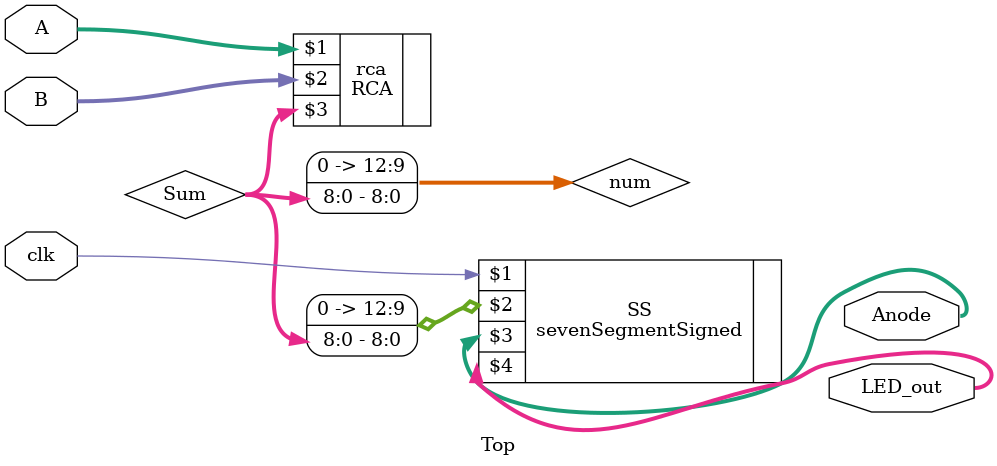
<source format=v>
`timescale 1ns / 1ps

module Top(
input clk,
input [7 : 0] A,
input [7 : 0] B,
output [6 : 0] LED_out,
output [3 : 0] Anode
    );
    wire [8 : 0] Sum;
    wire[12 : 0] num;
    
    RCA  rca(A, B, Sum);
    assign num = {4'd0, Sum};
    
    sevenSegmentSigned SS(clk, num, Anode, LED_out);
    

endmodule

</source>
